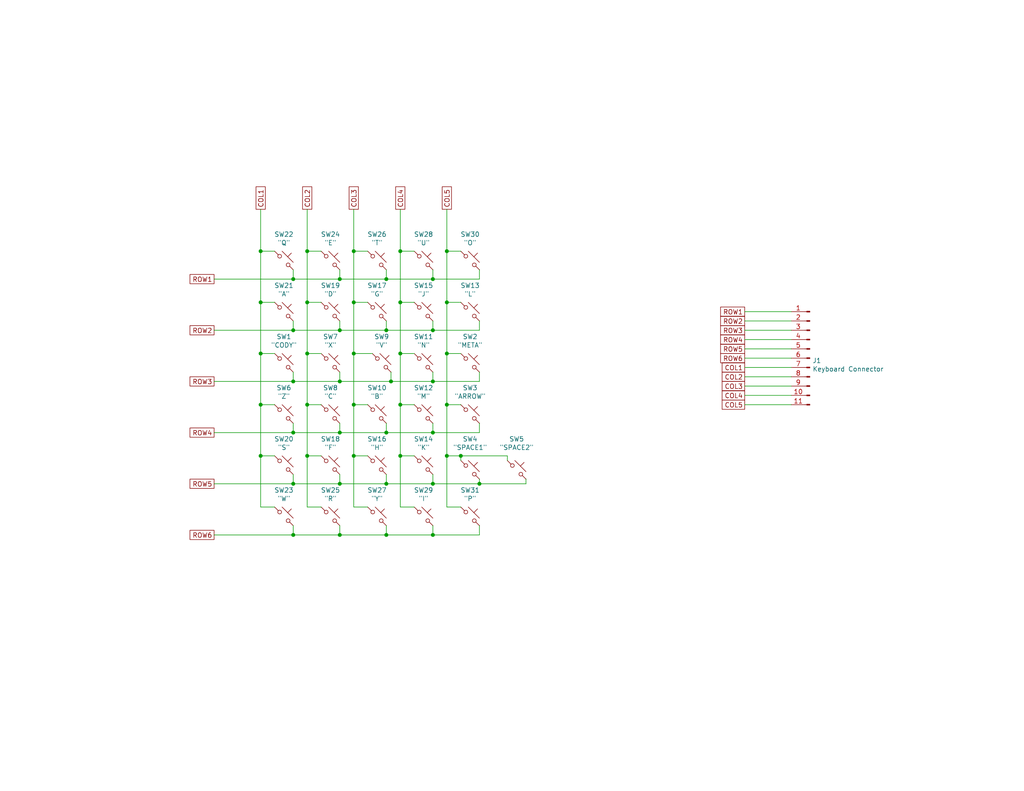
<source format=kicad_sch>
(kicad_sch (version 20211123) (generator eeschema)
  (paper "USLetter")
  (title_block (title "Cody Computer Keyboard") (date "2022-08-25") (rev "C"))
  (lib_symbols
    (symbol "Connector:Conn_01x11_Male" (pin_names (offset 1.016) hide)
      (property "Reference" "J" (at 0 15.24 0))
      (property "Value" "Conn_01x11_Male" (at 0 -15.24 0))
      (symbol "Conn_01x11_Male_1_1"
        (polyline (pts (xy 1.27 -12.7) (xy 0.8636 -12.7)) (stroke (width 0.1524)))
        (polyline (pts (xy 1.27 -10.16) (xy 0.8636 -10.16)) (stroke (width 0.1524)))
        (polyline (pts (xy 1.27 -7.62) (xy 0.8636 -7.62)) (stroke (width 0.1524)))
        (polyline (pts (xy 1.27 -5.08) (xy 0.8636 -5.08)) (stroke (width 0.1524)))
        (polyline (pts (xy 1.27 -2.54) (xy 0.8636 -2.54)) (stroke (width 0.1524)))
        (polyline (pts (xy 1.27 0) (xy 0.8636 0)) (stroke (width 0.1524)))
        (polyline (pts (xy 1.27 2.54) (xy 0.8636 2.54)) (stroke (width 0.1524)))
        (polyline (pts (xy 1.27 5.08) (xy 0.8636 5.08)) (stroke (width 0.1524)))
        (polyline (pts (xy 1.27 7.62) (xy 0.8636 7.62)) (stroke (width 0.1524)))
        (polyline (pts (xy 1.27 10.16) (xy 0.8636 10.16)) (stroke (width 0.1524)))
        (polyline (pts (xy 1.27 12.7) (xy 0.8636 12.7)) (stroke (width 0.1524)))
        (rectangle (start 0.8636 -12.573) (end 0 -12.827) (stroke (width 0.1524)) (fill (type outline)))
        (rectangle (start 0.8636 -10.033) (end 0 -10.287) (stroke (width 0.1524)) (fill (type outline)))
        (rectangle (start 0.8636 -7.493) (end 0 -7.747) (stroke (width 0.1524)) (fill (type outline)))
        (rectangle (start 0.8636 -4.953) (end 0 -5.207) (stroke (width 0.1524)) (fill (type outline)))
        (rectangle (start 0.8636 -2.413) (end 0 -2.667) (stroke (width 0.1524)) (fill (type outline)))
        (rectangle (start 0.8636 0.127) (end 0 -0.127) (stroke (width 0.1524)) (fill (type outline)))
        (rectangle (start 0.8636 2.667) (end 0 2.413) (stroke (width 0.1524)) (fill (type outline)))
        (rectangle (start 0.8636 5.207) (end 0 4.953) (stroke (width 0.1524)) (fill (type outline)))
        (rectangle (start 0.8636 7.747) (end 0 7.493) (stroke (width 0.1524)) (fill (type outline)))
        (rectangle (start 0.8636 10.287) (end 0 10.033) (stroke (width 0.1524)) (fill (type outline)))
        (rectangle (start 0.8636 12.827) (end 0 12.573) (stroke (width 0.1524)) (fill (type outline)))
        (pin passive line (at 5.08 12.7 180) (length 3.81) (name "Pin_1") (number "1"))
        (pin passive line (at 5.08 -10.16 180) (length 3.81) (name "Pin_10") (number "10"))
        (pin passive line (at 5.08 -12.7 180) (length 3.81) (name "Pin_11") (number "11"))
        (pin passive line (at 5.08 10.16 180) (length 3.81) (name "Pin_2") (number "2"))
        (pin passive line (at 5.08 7.62 180) (length 3.81) (name "Pin_3") (number "3"))
        (pin passive line (at 5.08 5.08 180) (length 3.81) (name "Pin_4") (number "4"))
        (pin passive line (at 5.08 2.54 180) (length 3.81) (name "Pin_5") (number "5"))
        (pin passive line (at 5.08 0 180) (length 3.81) (name "Pin_6") (number "6"))
        (pin passive line (at 5.08 -2.54 180) (length 3.81) (name "Pin_7") (number "7"))
        (pin passive line (at 5.08 -5.08 180) (length 3.81) (name "Pin_8") (number "8"))
        (pin passive line (at 5.08 -7.62 180) (length 3.81) (name "Pin_9") (number "9"))
      )
    )
    (symbol "Switch:SW_Push_45deg" (pin_numbers hide) (pin_names (offset 1.016) hide)
      (property "Reference" "SW" (at 3.048 1.016 0))
      (property "Value" "SW_Push_45deg" (at 0 -3.81 0))
      (symbol "SW_Push_45deg_0_1"
        (circle (center -1.1684 1.1684) (radius 0.508))
        (polyline (pts (xy -0.508 2.54) (xy 2.54 -0.508)))
        (polyline (pts (xy 1.016 1.016) (xy 2.032 2.032)))
        (polyline (pts (xy -2.54 2.54) (xy -1.524 1.524) (xy -1.524 1.524)))
        (polyline (pts (xy 1.524 -1.524) (xy 2.54 -2.54) (xy 2.54 -2.54) (xy 2.54 -2.54)))
        (circle (center 1.143 -1.1938) (radius 0.508))
        (pin passive line (at -2.54 2.54 0) (length 0) (name "1") (number "1"))
        (pin passive line (at 2.54 -2.54 180) (length 0) (name "2") (number "2"))
      )
    )
  )
  (junction (at 105.41 118.11))
  (junction (at 121.92 124.46))
  (junction (at 71.12 82.55))
  (junction (at 109.22 82.55))
  (junction (at 130.81 132.08))
  (junction (at 80.01 104.14))
  (junction (at 83.82 124.46))
  (junction (at 83.82 110.49))
  (junction (at 83.82 68.58))
  (junction (at 125.73 124.46))
  (junction (at 71.12 124.46))
  (junction (at 109.22 96.52))
  (junction (at 92.71 146.05))
  (junction (at 83.82 96.52))
  (junction (at 118.11 90.17))
  (junction (at 121.92 110.49))
  (junction (at 92.71 76.2))
  (junction (at 92.71 90.17))
  (junction (at 118.11 132.08))
  (junction (at 118.11 104.14))
  (junction (at 80.01 132.08))
  (junction (at 118.11 118.11))
  (junction (at 105.41 90.17))
  (junction (at 121.92 82.55))
  (junction (at 80.01 118.11))
  (junction (at 109.22 110.49))
  (junction (at 71.12 96.52))
  (junction (at 121.92 68.58))
  (junction (at 105.41 132.08))
  (junction (at 118.11 146.05))
  (junction (at 96.52 110.49))
  (junction (at 92.71 104.14))
  (junction (at 80.01 146.05))
  (junction (at 92.71 118.11))
  (junction (at 80.01 90.17))
  (junction (at 96.52 82.55))
  (junction (at 105.41 146.05))
  (junction (at 118.11 76.2))
  (junction (at 96.52 96.52))
  (junction (at 105.41 76.2))
  (junction (at 92.71 132.08))
  (junction (at 80.01 76.2))
  (junction (at 109.22 68.58))
  (junction (at 106.68 104.14))
  (junction (at 71.12 68.58))
  (junction (at 83.82 82.55))
  (junction (at 109.22 124.46))
  (junction (at 96.52 68.58))
  (junction (at 96.52 124.46))
  (junction (at 121.92 96.52))
  (junction (at 71.12 110.49))
  (wire (pts (xy 87.63 82.55) (xy 83.82 82.55)))
  (wire (pts (xy 87.63 110.49) (xy 83.82 110.49)))
  (wire (pts (xy 118.11 87.63) (xy 118.11 90.17)))
  (wire (pts (xy 143.51 130.81) (xy 143.51 132.08)))
  (wire (pts (xy 83.82 68.58) (xy 83.82 57.15)))
  (wire (pts (xy 106.68 101.6) (xy 106.68 104.14)))
  (wire (pts (xy 118.11 118.11) (xy 130.81 118.11)))
  (wire (pts (xy 100.33 82.55) (xy 96.52 82.55)))
  (wire (pts (xy 105.41 146.05) (xy 118.11 146.05)))
  (wire (pts (xy 121.92 124.46) (xy 125.73 124.46)))
  (wire (pts (xy 118.11 73.66) (xy 118.11 76.2)))
  (wire (pts (xy 215.9 107.95) (xy 203.2 107.95)))
  (wire (pts (xy 113.03 82.55) (xy 109.22 82.55)))
  (wire (pts (xy 92.71 132.08) (xy 105.41 132.08)))
  (wire (pts (xy 92.71 146.05) (xy 105.41 146.05)))
  (wire (pts (xy 96.52 96.52) (xy 101.6 96.52)))
  (wire (pts (xy 83.82 124.46) (xy 83.82 110.49)))
  (wire (pts (xy 203.2 87.63) (xy 215.9 87.63)))
  (wire (pts (xy 109.22 138.43) (xy 113.03 138.43)))
  (wire (pts (xy 83.82 82.55) (xy 83.82 96.52)))
  (wire (pts (xy 215.9 102.87) (xy 203.2 102.87)))
  (wire (pts (xy 113.03 110.49) (xy 109.22 110.49)))
  (wire (pts (xy 130.81 101.6) (xy 130.81 104.14)))
  (wire (pts (xy 105.41 129.54) (xy 105.41 132.08)))
  (wire (pts (xy 74.93 110.49) (xy 71.12 110.49)))
  (wire (pts (xy 80.01 132.08) (xy 92.71 132.08)))
  (wire (pts (xy 92.71 143.51) (xy 92.71 146.05)))
  (wire (pts (xy 118.11 104.14) (xy 130.81 104.14)))
  (wire (pts (xy 130.81 130.81) (xy 130.81 132.08)))
  (wire (pts (xy 80.01 118.11) (xy 80.01 115.57)))
  (wire (pts (xy 130.81 73.66) (xy 130.81 76.2)))
  (wire (pts (xy 138.43 124.46) (xy 138.43 125.73)))
  (wire (pts (xy 92.71 90.17) (xy 105.41 90.17)))
  (wire (pts (xy 96.52 124.46) (xy 96.52 138.43)))
  (wire (pts (xy 92.71 118.11) (xy 105.41 118.11)))
  (wire (pts (xy 87.63 96.52) (xy 83.82 96.52)))
  (wire (pts (xy 74.93 96.52) (xy 71.12 96.52)))
  (wire (pts (xy 92.71 101.6) (xy 92.71 104.14)))
  (wire (pts (xy 80.01 104.14) (xy 92.71 104.14)))
  (wire (pts (xy 71.12 124.46) (xy 71.12 138.43)))
  (wire (pts (xy 105.41 87.63) (xy 105.41 90.17)))
  (wire (pts (xy 71.12 82.55) (xy 71.12 96.52)))
  (wire (pts (xy 118.11 76.2) (xy 130.81 76.2)))
  (wire (pts (xy 121.92 68.58) (xy 121.92 82.55)))
  (wire (pts (xy 215.9 105.41) (xy 203.2 105.41)))
  (wire (pts (xy 96.52 110.49) (xy 96.52 124.46)))
  (wire (pts (xy 83.82 124.46) (xy 83.82 138.43)))
  (wire (pts (xy 80.01 76.2) (xy 92.71 76.2)))
  (wire (pts (xy 80.01 73.66) (xy 80.01 76.2)))
  (wire (pts (xy 203.2 92.71) (xy 215.9 92.71)))
  (wire (pts (xy 109.22 110.49) (xy 109.22 124.46)))
  (wire (pts (xy 80.01 90.17) (xy 92.71 90.17)))
  (wire (pts (xy 203.2 90.17) (xy 215.9 90.17)))
  (wire (pts (xy 80.01 129.54) (xy 80.01 132.08)))
  (wire (pts (xy 113.03 68.58) (xy 109.22 68.58)))
  (wire (pts (xy 58.42 146.05) (xy 80.01 146.05)))
  (wire (pts (xy 121.92 124.46) (xy 121.92 138.43)))
  (wire (pts (xy 92.71 104.14) (xy 106.68 104.14)))
  (wire (pts (xy 80.01 146.05) (xy 92.71 146.05)))
  (wire (pts (xy 106.68 104.14) (xy 118.11 104.14)))
  (wire (pts (xy 118.11 115.57) (xy 118.11 118.11)))
  (wire (pts (xy 130.81 132.08) (xy 143.51 132.08)))
  (wire (pts (xy 125.73 82.55) (xy 121.92 82.55)))
  (wire (pts (xy 105.41 118.11) (xy 118.11 118.11)))
  (wire (pts (xy 215.9 100.33) (xy 203.2 100.33)))
  (wire (pts (xy 203.2 85.09) (xy 215.9 85.09)))
  (wire (pts (xy 87.63 68.58) (xy 83.82 68.58)))
  (wire (pts (xy 105.41 132.08) (xy 118.11 132.08)))
  (wire (pts (xy 58.42 132.08) (xy 80.01 132.08)))
  (wire (pts (xy 105.41 76.2) (xy 118.11 76.2)))
  (wire (pts (xy 203.2 97.79) (xy 215.9 97.79)))
  (wire (pts (xy 58.42 90.17) (xy 80.01 90.17)))
  (wire (pts (xy 96.52 57.15) (xy 96.52 68.58)))
  (wire (pts (xy 100.33 68.58) (xy 96.52 68.58)))
  (wire (pts (xy 96.52 82.55) (xy 96.52 96.52)))
  (wire (pts (xy 203.2 95.25) (xy 215.9 95.25)))
  (wire (pts (xy 80.01 101.6) (xy 80.01 104.14)))
  (wire (pts (xy 92.71 129.54) (xy 92.71 132.08)))
  (wire (pts (xy 109.22 68.58) (xy 109.22 82.55)))
  (wire (pts (xy 100.33 138.43) (xy 96.52 138.43)))
  (wire (pts (xy 121.92 110.49) (xy 125.73 110.49)))
  (wire (pts (xy 118.11 90.17) (xy 130.81 90.17)))
  (wire (pts (xy 96.52 96.52) (xy 96.52 110.49)))
  (wire (pts (xy 74.93 82.55) (xy 71.12 82.55)))
  (wire (pts (xy 118.11 129.54) (xy 118.11 132.08)))
  (wire (pts (xy 100.33 110.49) (xy 96.52 110.49)))
  (wire (pts (xy 105.41 143.51) (xy 105.41 146.05)))
  (wire (pts (xy 58.42 118.11) (xy 80.01 118.11)))
  (wire (pts (xy 125.73 96.52) (xy 121.92 96.52)))
  (wire (pts (xy 80.01 87.63) (xy 80.01 90.17)))
  (wire (pts (xy 74.93 68.58) (xy 71.12 68.58)))
  (wire (pts (xy 109.22 124.46) (xy 109.22 138.43)))
  (wire (pts (xy 105.41 73.66) (xy 105.41 76.2)))
  (wire (pts (xy 71.12 110.49) (xy 71.12 124.46)))
  (wire (pts (xy 109.22 96.52) (xy 109.22 110.49)))
  (wire (pts (xy 58.42 104.14) (xy 80.01 104.14)))
  (wire (pts (xy 87.63 124.46) (xy 83.82 124.46)))
  (wire (pts (xy 58.42 76.2) (xy 80.01 76.2)))
  (wire (pts (xy 121.92 57.15) (xy 121.92 68.58)))
  (wire (pts (xy 121.92 82.55) (xy 121.92 96.52)))
  (wire (pts (xy 125.73 124.46) (xy 138.43 124.46)))
  (wire (pts (xy 121.92 138.43) (xy 125.73 138.43)))
  (wire (pts (xy 105.41 115.57) (xy 105.41 118.11)))
  (wire (pts (xy 74.93 124.46) (xy 71.12 124.46)))
  (wire (pts (xy 130.81 143.51) (xy 130.81 146.05)))
  (wire (pts (xy 71.12 57.15) (xy 71.12 68.58)))
  (wire (pts (xy 92.71 87.63) (xy 92.71 90.17)))
  (wire (pts (xy 118.11 101.6) (xy 118.11 104.14)))
  (wire (pts (xy 130.81 115.57) (xy 130.81 118.11)))
  (wire (pts (xy 113.03 96.52) (xy 109.22 96.52)))
  (wire (pts (xy 80.01 143.51) (xy 80.01 146.05)))
  (wire (pts (xy 83.82 82.55) (xy 83.82 68.58)))
  (wire (pts (xy 118.11 132.08) (xy 130.81 132.08)))
  (wire (pts (xy 105.41 90.17) (xy 118.11 90.17)))
  (wire (pts (xy 96.52 68.58) (xy 96.52 82.55)))
  (wire (pts (xy 80.01 118.11) (xy 92.71 118.11)))
  (wire (pts (xy 113.03 124.46) (xy 109.22 124.46)))
  (wire (pts (xy 125.73 68.58) (xy 121.92 68.58)))
  (wire (pts (xy 121.92 96.52) (xy 121.92 110.49)))
  (wire (pts (xy 118.11 146.05) (xy 130.81 146.05)))
  (wire (pts (xy 92.71 115.57) (xy 92.71 118.11)))
  (wire (pts (xy 125.73 124.46) (xy 125.73 125.73)))
  (wire (pts (xy 71.12 96.52) (xy 71.12 110.49)))
  (wire (pts (xy 92.71 76.2) (xy 105.41 76.2)))
  (wire (pts (xy 121.92 110.49) (xy 121.92 124.46)))
  (wire (pts (xy 109.22 57.15) (xy 109.22 68.58)))
  (wire (pts (xy 71.12 68.58) (xy 71.12 82.55)))
  (wire (pts (xy 130.81 87.63) (xy 130.81 90.17)))
  (wire (pts (xy 71.12 138.43) (xy 74.93 138.43)))
  (wire (pts (xy 215.9 110.49) (xy 203.2 110.49)))
  (wire (pts (xy 83.82 96.52) (xy 83.82 110.49)))
  (wire (pts (xy 92.71 73.66) (xy 92.71 76.2)))
  (wire (pts (xy 100.33 124.46) (xy 96.52 124.46)))
  (wire (pts (xy 87.63 138.43) (xy 83.82 138.43)))
  (wire (pts (xy 109.22 82.55) (xy 109.22 96.52)))
  (wire (pts (xy 118.11 143.51) (xy 118.11 146.05)))
  (global_label "ROW3" (shape passive) (at 203.2 90.17 180) (property "Intersheet References" "${INTERSHEET_REFS}" (effects hide)))
  (global_label "ROW3" (shape passive) (at 58.42 104.14 180) (property "Intersheet References" "${INTERSHEET_REFS}" (effects hide)))
  (global_label "COL5" (shape passive) (at 121.92 57.15 90) (property "Intersheet References" "${INTERSHEET_REFS}" (effects hide)))
  (global_label "ROW1" (shape passive) (at 203.2 85.09 180) (property "Intersheet References" "${INTERSHEET_REFS}" (effects hide)))
  (global_label "COL2" (shape passive) (at 203.2 102.87 180) (property "Intersheet References" "${INTERSHEET_REFS}" (effects hide)))
  (global_label "ROW5" (shape passive) (at 58.42 132.08 180) (property "Intersheet References" "${INTERSHEET_REFS}" (effects hide)))
  (global_label "ROW6" (shape passive) (at 58.42 146.05 180) (property "Intersheet References" "${INTERSHEET_REFS}" (effects hide)))
  (global_label "ROW5" (shape passive) (at 203.2 95.25 180) (property "Intersheet References" "${INTERSHEET_REFS}" (effects hide)))
  (global_label "COL4" (shape passive) (at 109.22 57.15 90) (property "Intersheet References" "${INTERSHEET_REFS}" (effects hide)))
  (global_label "COL2" (shape passive) (at 83.82 57.15 90) (property "Intersheet References" "${INTERSHEET_REFS}" (effects hide)))
  (global_label "ROW4" (shape passive) (at 203.2 92.71 180) (property "Intersheet References" "${INTERSHEET_REFS}" (effects hide)))
  (global_label "ROW1" (shape passive) (at 58.42 76.2 180) (property "Intersheet References" "${INTERSHEET_REFS}" (effects hide)))
  (global_label "ROW4" (shape passive) (at 58.42 118.11 180) (property "Intersheet References" "${INTERSHEET_REFS}" (effects hide)))
  (global_label "ROW2" (shape passive) (at 203.2 87.63 180) (property "Intersheet References" "${INTERSHEET_REFS}" (effects hide)))
  (global_label "ROW6" (shape passive) (at 203.2 97.79 180) (property "Intersheet References" "${INTERSHEET_REFS}" (effects hide)))
  (global_label "COL4" (shape passive) (at 203.2 107.95 180) (property "Intersheet References" "${INTERSHEET_REFS}" (effects hide)))
  (global_label "COL1" (shape passive) (at 203.2 100.33 180) (property "Intersheet References" "${INTERSHEET_REFS}" (effects hide)))
  (global_label "COL5" (shape passive) (at 203.2 110.49 180) (property "Intersheet References" "${INTERSHEET_REFS}" (effects hide)))
  (global_label "COL1" (shape passive) (at 71.12 57.15 90) (property "Intersheet References" "${INTERSHEET_REFS}" (effects hide)))
  (global_label "COL3" (shape passive) (at 203.2 105.41 180) (property "Intersheet References" "${INTERSHEET_REFS}" (effects hide)))
  (global_label "ROW2" (shape passive) (at 58.42 90.17 180) (property "Intersheet References" "${INTERSHEET_REFS}" (effects hide)))
  (global_label "COL3" (shape passive) (at 96.52 57.15 90) (property "Intersheet References" "${INTERSHEET_REFS}" (effects hide)))
  (symbol (lib_id "Connector:Conn_01x11_Male") (at 220.98 97.79 0) (mirror y) (unit 1)
    (property "Reference" "J1" (at 221.6912 98.4504 0) (effects (justify right)))
    (property "Value" "Keyboard Connector" (at 221.6912 100.7618 0) (effects (justify right)))
    (property "Footprint" "Connector_PinHeader_2.54mm:PinHeader_1x11_P2.54mm_Horizontal" (effects hide))
  )
  (symbol (lib_id "Switch:SW_Push_45deg") (at 77.47 99.06 0) (unit 1)
    (property "Reference" "SW1" (at 77.47 91.9226 0))
    (property "Value" "\"CODY\"" (at 77.47 94.234 0))
    (property "Footprint" "Cody_Components:CodyKeyboardSwitch" (effects hide))
  )
  (symbol (lib_id "Switch:SW_Push_45deg") (at 128.27 99.06 0) (unit 1)
    (property "Reference" "SW2" (at 128.27 91.9226 0))
    (property "Value" "\"META\"" (at 128.27 94.234 0))
    (property "Footprint" "Cody_Components:CodyKeyboardSwitch" (effects hide))
  )
  (symbol (lib_id "Switch:SW_Push_45deg") (at 128.27 113.03 0) (unit 1)
    (property "Reference" "SW3" (at 128.27 105.8926 0))
    (property "Value" "\"ARROW\"" (at 128.27 108.204 0))
    (property "Footprint" "Cody_Components:CodyKeyboardSwitch" (effects hide))
  )
  (symbol (lib_id "Switch:SW_Push_45deg") (at 128.27 128.27 0) (unit 1)
    (property "Reference" "SW4" (at 128.27 119.8626 0))
    (property "Value" "\"SPACE1\"" (at 128.27 122.174 0))
    (property "Footprint" "Cody_Components:CodyKeyboardSwitch" (effects hide))
  )
  (symbol (lib_id "Switch:SW_Push_45deg") (at 140.97 128.27 0) (unit 1)
    (property "Reference" "SW5" (at 140.97 119.8626 0))
    (property "Value" "\"SPACE2\"" (at 140.97 122.174 0))
    (property "Footprint" "Cody_Components:CodyKeyboardSwitch" (effects hide))
  )
  (symbol (lib_id "Switch:SW_Push_45deg") (at 77.47 113.03 0) (unit 1)
    (property "Reference" "SW6" (at 77.47 105.8926 0))
    (property "Value" "\"Z\"" (at 77.47 108.204 0))
    (property "Footprint" "Cody_Components:CodyKeyboardSwitch" (effects hide))
  )
  (symbol (lib_id "Switch:SW_Push_45deg") (at 90.17 99.06 0) (unit 1)
    (property "Reference" "SW7" (at 90.17 91.9226 0))
    (property "Value" "\"X\"" (at 90.17 94.234 0))
    (property "Footprint" "Cody_Components:CodyKeyboardSwitch" (effects hide))
  )
  (symbol (lib_id "Switch:SW_Push_45deg") (at 90.17 113.03 0) (unit 1)
    (property "Reference" "SW8" (at 90.17 105.8926 0))
    (property "Value" "\"C\"" (at 90.17 108.204 0))
    (property "Footprint" "Cody_Components:CodyKeyboardSwitch" (effects hide))
  )
  (symbol (lib_id "Switch:SW_Push_45deg") (at 104.14 99.06 0) (unit 1)
    (property "Reference" "SW9" (at 104.14 91.9226 0))
    (property "Value" "\"V\"" (at 104.14 94.234 0))
    (property "Footprint" "Cody_Components:CodyKeyboardSwitch" (effects hide))
  )
  (symbol (lib_id "Switch:SW_Push_45deg") (at 102.87 113.03 0) (unit 1)
    (property "Reference" "SW10" (at 102.87 105.8926 0))
    (property "Value" "\"B\"" (at 102.87 108.204 0))
    (property "Footprint" "Cody_Components:CodyKeyboardSwitch" (effects hide))
  )
  (symbol (lib_id "Switch:SW_Push_45deg") (at 115.57 99.06 0) (unit 1)
    (property "Reference" "SW11" (at 115.57 91.9226 0))
    (property "Value" "\"N\"" (at 115.57 94.234 0))
    (property "Footprint" "Cody_Components:CodyKeyboardSwitch" (effects hide))
  )
  (symbol (lib_id "Switch:SW_Push_45deg") (at 115.57 113.03 0) (unit 1)
    (property "Reference" "SW12" (at 115.57 105.8926 0))
    (property "Value" "\"M\"" (at 115.57 108.204 0))
    (property "Footprint" "Cody_Components:CodyKeyboardSwitch" (effects hide))
  )
  (symbol (lib_id "Switch:SW_Push_45deg") (at 128.27 85.09 0) (unit 1)
    (property "Reference" "SW13" (at 128.27 77.9526 0))
    (property "Value" "\"L\"" (at 128.27 80.264 0))
    (property "Footprint" "Cody_Components:CodyKeyboardSwitch" (effects hide))
  )
  (symbol (lib_id "Switch:SW_Push_45deg") (at 115.57 127 0) (unit 1)
    (property "Reference" "SW14" (at 115.57 119.8626 0))
    (property "Value" "\"K\"" (at 115.57 122.174 0))
    (property "Footprint" "Cody_Components:CodyKeyboardSwitch" (effects hide))
  )
  (symbol (lib_id "Switch:SW_Push_45deg") (at 115.57 85.09 0) (unit 1)
    (property "Reference" "SW15" (at 115.57 77.9526 0))
    (property "Value" "\"J\"" (at 115.57 80.264 0))
    (property "Footprint" "Cody_Components:CodyKeyboardSwitch" (effects hide))
  )
  (symbol (lib_id "Switch:SW_Push_45deg") (at 102.87 127 0) (unit 1)
    (property "Reference" "SW16" (at 102.87 119.8626 0))
    (property "Value" "\"H\"" (at 102.87 122.174 0))
    (property "Footprint" "Cody_Components:CodyKeyboardSwitch" (effects hide))
  )
  (symbol (lib_id "Switch:SW_Push_45deg") (at 102.87 85.09 0) (unit 1)
    (property "Reference" "SW17" (at 102.87 77.9526 0))
    (property "Value" "\"G\"" (at 102.87 80.264 0))
    (property "Footprint" "Cody_Components:CodyKeyboardSwitch" (effects hide))
  )
  (symbol (lib_id "Switch:SW_Push_45deg") (at 90.17 127 0) (unit 1)
    (property "Reference" "SW18" (at 90.17 119.8626 0))
    (property "Value" "\"F\"" (at 90.17 122.174 0))
    (property "Footprint" "Cody_Components:CodyKeyboardSwitch" (effects hide))
  )
  (symbol (lib_id "Switch:SW_Push_45deg") (at 90.17 85.09 0) (unit 1)
    (property "Reference" "SW19" (at 90.17 77.9526 0))
    (property "Value" "\"D\"" (at 90.17 80.264 0))
    (property "Footprint" "Cody_Components:CodyKeyboardSwitch" (effects hide))
  )
  (symbol (lib_id "Switch:SW_Push_45deg") (at 77.47 127 0) (unit 1)
    (property "Reference" "SW20" (at 77.47 119.8626 0))
    (property "Value" "\"S\"" (at 77.47 122.174 0))
    (property "Footprint" "Cody_Components:CodyKeyboardSwitch" (effects hide))
  )
  (symbol (lib_id "Switch:SW_Push_45deg") (at 77.47 85.09 0) (unit 1)
    (property "Reference" "SW21" (at 77.47 77.9526 0))
    (property "Value" "\"A\"" (at 77.47 80.264 0))
    (property "Footprint" "Cody_Components:CodyKeyboardSwitch" (effects hide))
  )
  (symbol (lib_id "Switch:SW_Push_45deg") (at 77.47 71.12 0) (unit 1)
    (property "Reference" "SW22" (at 77.47 63.9826 0))
    (property "Value" "\"Q\"" (at 77.47 66.294 0))
    (property "Footprint" "Cody_Components:CodyKeyboardSwitch" (effects hide))
  )
  (symbol (lib_id "Switch:SW_Push_45deg") (at 77.47 140.97 0) (unit 1)
    (property "Reference" "SW23" (at 77.47 133.8326 0))
    (property "Value" "\"W\"" (at 77.47 136.144 0))
    (property "Footprint" "Cody_Components:CodyKeyboardSwitch" (effects hide))
  )
  (symbol (lib_id "Switch:SW_Push_45deg") (at 90.17 71.12 0) (unit 1)
    (property "Reference" "SW24" (at 90.17 63.9826 0))
    (property "Value" "\"E\"" (at 90.17 66.294 0))
    (property "Footprint" "Cody_Components:CodyKeyboardSwitch" (effects hide))
  )
  (symbol (lib_id "Switch:SW_Push_45deg") (at 90.17 140.97 0) (unit 1)
    (property "Reference" "SW25" (at 90.17 133.8326 0))
    (property "Value" "\"R\"" (at 90.17 136.144 0))
    (property "Footprint" "Cody_Components:CodyKeyboardSwitch" (effects hide))
  )
  (symbol (lib_id "Switch:SW_Push_45deg") (at 102.87 71.12 0) (unit 1)
    (property "Reference" "SW26" (at 102.87 63.9826 0))
    (property "Value" "\"T\"" (at 102.87 66.294 0))
    (property "Footprint" "Cody_Components:CodyKeyboardSwitch" (effects hide))
  )
  (symbol (lib_id "Switch:SW_Push_45deg") (at 102.87 140.97 0) (unit 1)
    (property "Reference" "SW27" (at 102.87 133.8326 0))
    (property "Value" "\"Y\"" (at 102.87 136.144 0))
    (property "Footprint" "Cody_Components:CodyKeyboardSwitch" (effects hide))
  )
  (symbol (lib_id "Switch:SW_Push_45deg") (at 115.57 71.12 0) (unit 1)
    (property "Reference" "SW28" (at 115.57 63.9826 0))
    (property "Value" "\"U\"" (at 115.57 66.294 0))
    (property "Footprint" "Cody_Components:CodyKeyboardSwitch" (effects hide))
  )
  (symbol (lib_id "Switch:SW_Push_45deg") (at 115.57 140.97 0) (unit 1)
    (property "Reference" "SW29" (at 115.57 133.8326 0))
    (property "Value" "\"I\"" (at 115.57 136.144 0))
    (property "Footprint" "Cody_Components:CodyKeyboardSwitch" (effects hide))
  )
  (symbol (lib_id "Switch:SW_Push_45deg") (at 128.27 71.12 0) (unit 1)
    (property "Reference" "SW30" (at 128.27 63.9826 0))
    (property "Value" "\"O\"" (at 128.27 66.294 0))
    (property "Footprint" "Cody_Components:CodyKeyboardSwitch" (effects hide))
  )
  (symbol (lib_id "Switch:SW_Push_45deg") (at 128.27 140.97 0) (unit 1)
    (property "Reference" "SW31" (at 128.27 133.8326 0))
    (property "Value" "\"P\"" (at 128.27 136.144 0))
    (property "Footprint" "Cody_Components:CodyKeyboardSwitch" (effects hide))
  )
)
</source>
